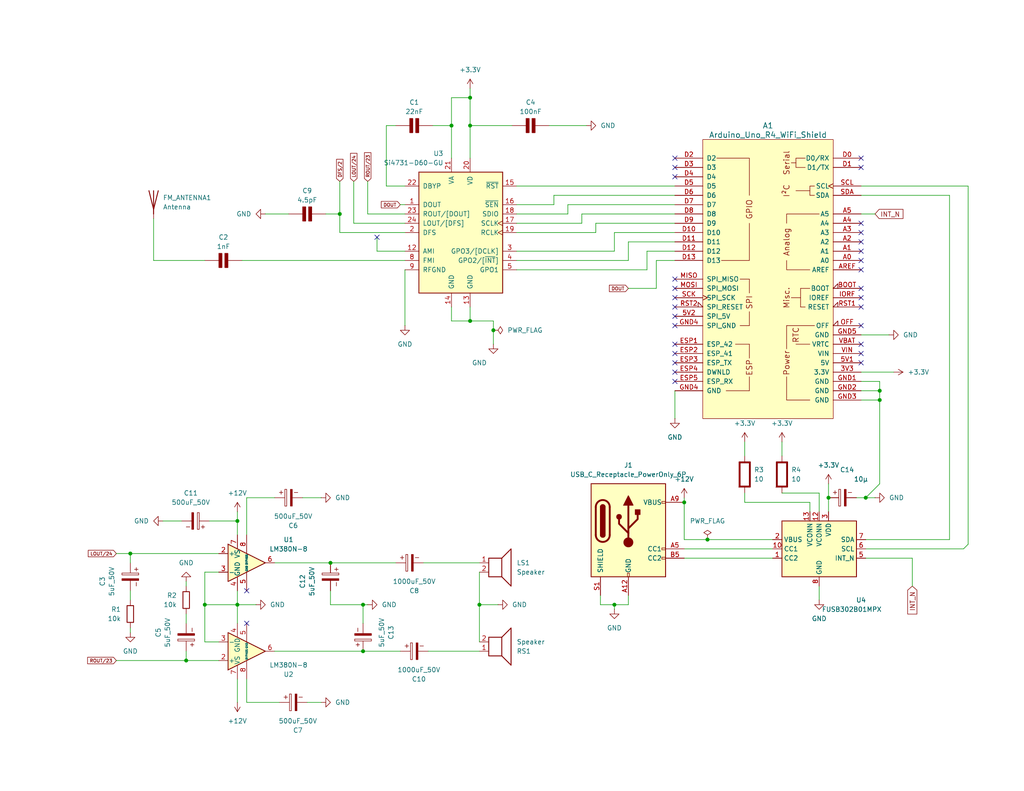
<source format=kicad_sch>
(kicad_sch (version 20231120) (generator "eeschema") (generator_version "8.0")
  (paper "USLetter")
  (lib_symbols
    (symbol "Amplifier_Audio:LM380N-8" (pin_names (offset 0.127))
      (property "Reference" "U" (at 6.35 6.35 0))
      (property "Value" "LM380N-8" (at 6.35 3.81 0))
      (symbol "LM380N-8_0_1"
        (polyline (pts (xy -5.08 5.08) (xy 5.08 0) (xy -5.08 -5.08) (xy -5.08 5.08)) (stroke (width 0.254)) (fill (type background)))
      )
      (symbol "LM380N-8_1_1"
        (pin no_connect line (at 0 2.54 270) (length 2.54) hide (name "NC") (number "1"))
        (pin input line (at -7.62 2.54 0) (length 2.54) (name "+") (number "2"))
        (pin input line (at -7.62 -2.54 0) (length 2.54) (name "-") (number "3"))
        (pin power_in line (at -2.54 -7.62 90) (length 3.81) (name "GND") (number "4"))
        (pin power_in line (at 0 -7.62 90) (length 5.08) (name "GND") (number "5"))
        (pin output line (at 7.62 0 180) (length 2.54) (name "~") (number "6"))
        (pin power_in line (at -2.54 7.62 270) (length 3.81) (name "VS") (number "7"))
        (pin passive line (at 0 7.62 270) (length 5.08) (name "BYPASS") (number "8"))
      )
    )
    (symbol "Connector:USB_C_Receptacle_PowerOnly_6P" (pin_names (offset 1.016))
      (property "Reference" "J" (at 0 16.51 0))
      (property "Value" "USB_C_Receptacle_PowerOnly_6P" (at 0 13.97 0))
      (symbol "USB_C_Receptacle_PowerOnly_6P_0_0"
        (rectangle (start -0.254 -12.7) (end 0.254 -11.684))
        (rectangle (start 10.16 -7.366) (end 9.144 -7.874))
        (rectangle (start 10.16 -4.826) (end 9.144 -5.334))
        (rectangle (start 10.16 7.874) (end 9.144 7.366))
      )
      (symbol "USB_C_Receptacle_PowerOnly_6P_0_1"
        (rectangle (start -10.16 12.7) (end 10.16 -12.7) (stroke (width 0.254)) (fill (type background)))
        (arc (start -8.89 -1.27) (mid -6.985 -3.1667) (end -5.08 -1.27) (stroke (width 0.508)))
        (arc (start -7.62 -1.27) (mid -6.985 -1.9023) (end -6.35 -1.27) (stroke (width 0.254)))
        (arc (start -7.62 -1.27) (mid -6.985 -1.9023) (end -6.35 -1.27) (stroke (width 0.254)) (fill (type outline)))
        (rectangle (start -7.62 -1.27) (end -6.35 6.35) (stroke (width 0.254)) (fill (type outline)))
        (arc (start -6.35 6.35) (mid -6.985 6.9823) (end -7.62 6.35) (stroke (width 0.254)))
        (arc (start -6.35 6.35) (mid -6.985 6.9823) (end -7.62 6.35) (stroke (width 0.254)) (fill (type outline)))
        (arc (start -5.08 6.35) (mid -6.985 8.2467) (end -8.89 6.35) (stroke (width 0.508)))
        (circle (center -2.54 3.683) (radius 0.635) (stroke (width 0.254)) (fill (type outline)))
        (circle (center 0 -3.302) (radius 1.27) (fill (type outline)))
        (polyline (pts (xy -8.89 -1.27) (xy -8.89 6.35)) (stroke (width 0.508)))
        (polyline (pts (xy -5.08 6.35) (xy -5.08 -1.27)) (stroke (width 0.508)))
        (polyline (pts (xy 0 -3.302) (xy 0 6.858)) (stroke (width 0.508)))
        (polyline (pts (xy 0 -0.762) (xy -2.54 1.778) (xy -2.54 3.048)) (stroke (width 0.508)))
        (polyline (pts (xy 0 0.508) (xy 2.54 3.048) (xy 2.54 4.318)) (stroke (width 0.508)))
        (polyline (pts (xy -1.27 6.858) (xy 0 9.398) (xy 1.27 6.858) (xy -1.27 6.858)) (stroke (width 0.254)) (fill (type outline)))
        (rectangle (start 1.905 4.318) (end 3.175 5.588) (stroke (width 0.254)) (fill (type outline)))
      )
      (symbol "USB_C_Receptacle_PowerOnly_6P_1_1"
        (pin passive line (at 0 -17.78 90) (length 5.08) (name "GND") (number "A12"))
        (pin bidirectional line (at 15.24 -5.08 180) (length 5.08) (name "CC1") (number "A5"))
        (pin passive line (at 15.24 7.62 180) (length 5.08) (name "VBUS") (number "A9"))
        (pin passive line (at 0 -17.78 90) (length 5.08) hide (name "GND") (number "B12"))
        (pin bidirectional line (at 15.24 -7.62 180) (length 5.08) (name "CC2") (number "B5"))
        (pin passive line (at 15.24 7.62 180) (length 5.08) hide (name "VBUS") (number "B9"))
        (pin passive line (at -7.62 -17.78 90) (length 5.08) (name "SHIELD") (number "S1"))
      )
    )
    (symbol "Device:Antenna" (pin_numbers hide) (pin_names (offset 1.016) hide)
      (property "Reference" "AE" (at -1.905 1.905 0))
      (property "Value" "Antenna" (at -1.905 0 0))
      (symbol "Antenna_0_1"
        (polyline (pts (xy 0 2.54) (xy 0 -3.81)) (stroke (width 0.254)))
        (polyline (pts (xy 1.27 2.54) (xy 0 -2.54) (xy -1.27 2.54)) (stroke (width 0.254)))
      )
      (symbol "Antenna_1_1"
        (pin input line (at 0 -5.08 90) (length 2.54) (name "A") (number "1"))
      )
    )
    (symbol "Device:Speaker" (pin_names (offset 0) hide)
      (property "Reference" "LS" (at 1.27 5.715 0))
      (property "Value" "Speaker" (at 1.27 3.81 0))
      (symbol "Speaker_0_0"
        (rectangle (start -2.54 1.27) (end 1.016 -3.81) (stroke (width 0.254)))
        (polyline (pts (xy 1.016 1.27) (xy 3.556 3.81) (xy 3.556 -6.35) (xy 1.016 -3.81)) (stroke (width 0.254)))
      )
      (symbol "Speaker_1_1"
        (pin input line (at -5.08 0 0) (length 2.54) (name "1") (number "1"))
        (pin input line (at -5.08 -2.54 0) (length 2.54) (name "2") (number "2"))
      )
    )
    (symbol "Interface_USB:FUSB302B01MPX"
      (property "Reference" "U" (at -10.16 8.89 0))
      (property "Value" "FUSB302B01MPX" (at 3.81 8.89 0))
      (symbol "FUSB302B01MPX_0_1"
        (rectangle (start -10.16 7.62) (end 10.16 -7.62) (stroke (width 0.254)) (fill (type background)))
      )
      (symbol "FUSB302B01MPX_1_1"
        (pin bidirectional line (at 12.7 -2.54 180) (length 2.54) (name "CC2") (number "1"))
        (pin bidirectional line (at 12.7 0 180) (length 2.54) (name "CC1") (number "10"))
        (pin bidirectional line (at 12.7 0 180) (length 2.54) hide (name "CC1") (number "11"))
        (pin power_in line (at 0 10.16 270) (length 2.54) (name "VCONN") (number "12"))
        (pin power_in line (at 2.54 10.16 270) (length 2.54) (name "VCONN") (number "13"))
        (pin bidirectional line (at 12.7 -2.54 180) (length 2.54) hide (name "CC2") (number "14"))
        (pin passive line (at 0 -10.16 90) (length 2.54) hide (name "GND") (number "15"))
        (pin input line (at 12.7 2.54 180) (length 2.54) (name "VBUS") (number "2"))
        (pin power_in line (at -2.54 10.16 270) (length 2.54) (name "VDD") (number "3"))
        (pin passive line (at -2.54 10.16 270) (length 2.54) hide (name "VDD") (number "4"))
        (pin open_collector line (at -12.7 -2.54 0) (length 2.54) (name "INT_N") (number "5"))
        (pin input line (at -12.7 0 0) (length 2.54) (name "SCL") (number "6"))
        (pin bidirectional line (at -12.7 2.54 0) (length 2.54) (name "SDA") (number "7"))
        (pin power_in line (at 0 -10.16 90) (length 2.54) (name "GND") (number "8"))
        (pin passive line (at 0 -10.16 90) (length 2.54) hide (name "GND") (number "9"))
      )
    )
    (symbol "PCM_4ms_Power-symbol:+3.3V" (power) (pin_names (offset 0))
      (property "Value" "+3.3V" (at 0 3.556 0))
      (symbol "+3.3V_0_1"
        (polyline (pts (xy -0.762 1.27) (xy 0 2.54)))
        (polyline (pts (xy 0 0) (xy 0 2.54)))
        (polyline (pts (xy 0 2.54) (xy 0.762 1.27)))
      )
      (symbol "+3.3V_1_1"
        (pin power_in line (at 0 0 90) (length 0) hide (name "+3V3") (number "1"))
      )
    )
    (symbol "PCM_Elektuur:C" (pin_numbers hide) (pin_names (offset 0) hide)
      (property "Reference" "C" (at 0.635 3.175 0))
      (property "Value" "C" (at 0.635 -3.175 0))
      (symbol "C_1_1"
        (rectangle (start -1.905 -0.4318) (end 1.905 -1.1938) (stroke (width 0.254)) (fill (type outline)))
        (rectangle (start -1.905 1.1938) (end 1.905 0.4318) (stroke (width 0.254)) (fill (type outline)))
        (pin passive line (at 0 5.08 270) (length 3.8862) (name "+") (number "1"))
        (pin passive line (at 0 -5.08 90) (length 3.8862) (name "-") (number "2"))
      )
      (symbol "C_1_2"
        (polyline (pts (xy -1.905 -1.4986) (xy 1.905 -1.4986) (xy 1.905 -0.4318) (xy -1.905 -0.4318) (xy -1.905 -1.4986) (xy -1.8034 -1.397) (xy -1.8034 -0.5334) (xy 1.8034 -0.5334) (xy 1.8034 -1.397) (xy -1.8034 -1.397) (xy -1.905 -1.4986)) (stroke (width 0.254)) (fill (type outline)))
        (polyline (pts (xy -1.905 0.4318) (xy 1.905 0.4318) (xy 1.905 1.4986) (xy -1.905 1.4986) (xy -1.905 0.4318) (xy -1.8034 0.5334) (xy -1.8034 1.397) (xy 1.8034 1.397) (xy 1.8034 0.5334) (xy -1.8034 0.5334) (xy -1.905 0.4318)) (stroke (width 0.254)) (fill (type outline)))
        (pin passive line (at 0 5.08 270) (length 3.5814) (name "+") (number "1"))
        (pin passive line (at 0 -5.08 90) (length 3.5814) (name "-") (number "2"))
      )
    )
    (symbol "PCM_Elektuur:R" (pin_numbers hide) (pin_names (offset 0) hide)
      (property "Reference" "R" (at 2.54 3.175 0))
      (property "Value" "R" (at 0 0 90))
      (symbol "R_1_1"
        (polyline (pts (xy -1.524 -3.429) (xy 1.524 -3.429) (xy 1.524 3.429) (xy -1.524 3.429) (xy -1.524 -3.429) (xy -1.27 -3.175) (xy -1.27 3.175) (xy 1.27 3.175) (xy 1.27 -3.175) (xy -1.27 -3.175) (xy -1.524 -3.429)) (stroke (width 0.254)) (fill (type outline)))
        (pin passive line (at 0 5.08 270) (length 1.651) (name "+") (number "1"))
        (pin passive line (at 0 -5.08 90) (length 1.651) (name "-") (number "2"))
      )
      (symbol "R_1_2"
        (polyline (pts (xy -0.508 -3.429) (xy 1.524 -3.429) (xy 1.524 3.429) (xy -0.508 3.429) (xy -0.508 3.175) (xy 1.27 3.175) (xy 1.27 -3.175) (xy -0.508 -3.175) (xy -0.508 -3.429)) (stroke (width 0.254)) (fill (type outline)))
        (pin passive line (at 0 5.08 270) (length 1.651) (name "+") (number "1"))
        (pin passive line (at 0 -5.08 90) (length 1.651) (name "-") (number "2"))
      )
      (symbol "R_1_3"
        (polyline (pts (xy 0 3.4798) (xy 0 3.2004) (xy 0.7112 2.794) (xy -1.1938 1.6764) (xy 0.7112 0.5588) (xy -1.1938 -0.5588) (xy 0.7112 -1.6764) (xy -1.1938 -2.794) (xy 0 -3.4798) (xy 0 -3.2004) (xy -0.7112 -2.794) (xy 1.1938 -1.6764) (xy -0.7112 -0.5588) (xy 1.1938 0.5588) (xy -0.7112 1.6764) (xy 1.1938 2.794) (xy 0 3.4798)) (stroke (width 0.254)) (fill (type outline)))
        (pin passive line (at 0 5.08 270) (length 1.6002) (name "+") (number "1"))
        (pin passive line (at 0 -5.08 90) (length 1.6002) (name "-") (number "2"))
      )
      (symbol "R_1_4"
        (polyline (pts (xy 0 4.5466) (xy 0 4.2672) (xy 0.0508 4.2418) (xy 1.016 3.683) (xy -1.524 2.2098) (xy 1.016 0.7366) (xy -1.524 -0.7366) (xy 1.016 -2.2098) (xy -1.524 -3.683) (xy -0.0762 -4.5212) (xy 0 -4.5466) (xy 0 -4.2672) (xy -0.0508 -4.2418) (xy -1.016 -3.683) (xy 1.524 -2.2098) (xy -1.016 -0.7366) (xy 1.524 0.7366) (xy -1.016 2.2098) (xy 1.524 3.683) (xy 0.0762 4.5212) (xy 0 4.5466)) (stroke (width 0.254)) (fill (type outline)))
        (pin passive line (at 0 5.08 270) (length 0.5334) (name "+") (number "1"))
        (pin passive line (at 0 -5.08 90) (length 0.5334) (name "-") (number "2"))
      )
    )
    (symbol "PCM_SL_Capacitors:22uF_50V"
      (property "Reference" "C" (at 0 7.62 0))
      (property "Value" "22uF_50V" (at 0 5.08 0))
      (symbol "22uF_50V_0_0"
        (text "+" (at -2.032 1.524 0) (effects (font (size 1.27 1.27))))
        (text "-" (at 2.032 1.524 0) (effects (font (size 1.27 1.27))))
      )
      (symbol "22uF_50V_0_1"
        (rectangle (start -1.016 -2.286) (end -0.508 2.286))
        (rectangle (start 0.508 -2.286) (end 1.016 2.286) (fill (type outline)))
      )
      (symbol "22uF_50V_1_1"
        (pin passive line (at -3.81 0 0) (length 2.7) (name "~") (number "1"))
        (pin input line (at 3.81 0 180) (length 2.7) (name "~") (number "2"))
      )
    )
    (symbol "PCM_SL_Devices:Capacitor_PO"
      (property "Reference" "C" (at 0 7.62 0))
      (property "Value" "Capacitor_PO" (at 0 5.08 0))
      (symbol "Capacitor_PO_0_0"
        (text "+" (at -2.032 1.524 0) (effects (font (size 1.27 1.27))))
        (text "-" (at 2.032 1.524 0) (effects (font (size 1.27 1.27))))
      )
      (symbol "Capacitor_PO_0_1"
        (rectangle (start -1.016 -2.286) (end -0.508 2.286))
        (rectangle (start 0.508 -2.286) (end 1.016 2.286) (fill (type outline)))
      )
      (symbol "Capacitor_PO_1_1"
        (pin passive line (at -3.81 0 0) (length 2.7) (name "~") (number "1"))
        (pin input line (at 3.81 0 180) (length 2.7) (name "~") (number "2"))
      )
    )
    (symbol "PCM_SL_Resistors:10k"
      (property "Reference" "R" (at 0 5.08 0))
      (property "Value" "10k" (at 0 2.54 0))
      (symbol "10k_0_1"
        (rectangle (start -2.286 0.889) (end 2.286 -0.889) (stroke (width 0.24)))
      )
      (symbol "10k_1_1"
        (pin passive line (at -3.81 0 0) (length 1.5) (name "") (number "1"))
        (pin passive line (at 3.81 0 180) (length 1.5) (name "~") (number "2"))
      )
    )
    (symbol "PCM_arduino-library:Arduino_Uno_R4_WiFi_Shield" (pin_names (offset 1.016))
      (property "Reference" "A" (at 0 43.18 0))
      (property "Value" "Arduino_Uno_R4_WiFi_Shield" (at 0 40.64 0))
      (symbol "Arduino_Uno_R4_WiFi_Shield_0_0"
        (rectangle (start -17.78 38.1) (end 17.78 -38.1) (fill (type background)))
        (rectangle (start -12.7 -12.7) (end -5.08 -12.7))
        (rectangle (start -11.43 -33.02) (end -5.08 -33.02))
        (rectangle (start -10.16 -7.62) (end -8.89 -7.62))
        (rectangle (start -8.89 -7.62) (end -8.89 -2.54))
        (rectangle (start -8.89 -5.08) (end -6.35 -5.08))
        (rectangle (start -8.89 -2.54) (end -11.43 -2.54))
        (polyline (pts (xy -11.43 24.13) (xy -7.62 24.13)))
        (polyline (pts (xy -7.62 31.75) (xy -6.35 31.75)))
        (polyline (pts (xy -5.08 -26.67) (xy -5.08 -33.02)))
        (polyline (pts (xy -5.08 -12.7) (xy -5.08 -19.05)))
        (polyline (pts (xy -5.08 5.08) (xy -5.08 2.54) (xy -11.43 2.54)))
        (polyline (pts (xy -5.08 15.24) (xy -5.08 17.78) (xy -13.97 17.78)))
        (polyline (pts (xy 5.08 15.24) (xy 5.08 5.08) (xy 12.7 5.08)))
        (polyline (pts (xy 5.08 22.86) (xy 5.08 33.02) (xy 13.97 33.02)))
        (polyline (pts (xy -12.7 25.4) (xy -11.43 25.4) (xy -11.43 22.86) (xy -12.7 22.86)))
        (polyline (pts (xy -10.16 33.02) (xy -7.62 33.02) (xy -7.62 30.48) (xy -10.16 30.48)))
        (rectangle (start 5.08 -30.48) (end 5.08 -26.67))
        (rectangle (start 5.08 -30.48) (end 11.43 -30.48))
        (rectangle (start 5.08 -21.59) (end 5.08 -17.78))
        (rectangle (start 5.08 -17.78) (end 8.89 -17.78))
        (rectangle (start 5.08 -12.7) (end 5.08 -8.89))
        (rectangle (start 5.08 -12.7) (end 7.62 -12.7))
        (rectangle (start 5.08 -3.81) (end 5.08 0))
        (rectangle (start 7.62 0) (end 5.08 0))
        (text "Analog" (at -5.08 10.16 900) (effects (font (size 1.524 1.524))))
        (text "ESP" (at 5.08 -24.13 900) (effects (font (size 1.524 1.524))))
        (text "I²C" (at -5.08 24.13 900) (effects (font (size 1.524 1.524))))
        (text "Misc." (at -5.08 -5.08 900) (effects (font (size 1.524 1.524))))
        (text "Power" (at -5.08 -22.86 900) (effects (font (size 1.524 1.524))))
        (text "RTC" (at -7.62 -15.24 900) (effects (font (size 1.524 1.524))))
        (text "Serial" (at -5.08 31.75 900) (effects (font (size 1.524 1.524))))
        (text "SPI" (at 5.08 -6.35 900) (effects (font (size 1.524 1.524))))
      )
      (symbol "Arduino_Uno_R4_WiFi_Shield_0_1"
        (polyline (pts (xy -11.43 -17.78) (xy -7.62 -17.78)))
      )
      (symbol "Arduino_Uno_R4_WiFi_Shield_1_0"
        (text "GPIO" (at 5.08 19.05 900) (effects (font (size 1.524 1.524))))
      )
      (symbol "Arduino_Uno_R4_WiFi_Shield_1_1"
        (pin power_out line (at -25.4 -25.4 0) (length 7.62) (name "3.3V") (number "3V3"))
        (pin power_in line (at -25.4 -22.86 0) (length 7.62) (name "5V") (number "5V1"))
        (pin power_in line (at 25.4 -10.16 180) (length 7.62) (name "SPI_5V") (number "5V2"))
        (pin bidirectional line (at -25.4 5.08 0) (length 7.62) (name "A0") (number "A0"))
        (pin bidirectional line (at -25.4 7.62 0) (length 7.62) (name "A1") (number "A1"))
        (pin bidirectional line (at -25.4 10.16 0) (length 7.62) (name "A2") (number "A2"))
        (pin bidirectional line (at -25.4 12.7 0) (length 7.62) (name "A3") (number "A3"))
        (pin bidirectional line (at -25.4 15.24 0) (length 7.62) (name "A4") (number "A4"))
        (pin bidirectional line (at -25.4 17.78 0) (length 7.62) (name "A5") (number "A5"))
        (pin input line (at -25.4 2.54 0) (length 7.62) (name "AREF") (number "AREF"))
        (pin input input_low (at -25.4 -2.54 0) (length 7.62) (name "BOOT") (number "BOOT"))
        (pin bidirectional line (at -25.4 33.02 0) (length 7.62) (name "D0/RX") (number "D0"))
        (pin bidirectional line (at -25.4 30.48 0) (length 7.62) (name "D1/TX") (number "D1"))
        (pin bidirectional line (at 25.4 12.7 180) (length 7.62) (name "D10") (number "D10"))
        (pin bidirectional line (at 25.4 10.16 180) (length 7.62) (name "D11") (number "D11"))
        (pin bidirectional line (at 25.4 7.62 180) (length 7.62) (name "D12") (number "D12"))
        (pin bidirectional line (at 25.4 5.08 180) (length 7.62) (name "D13") (number "D13"))
        (pin bidirectional line (at 25.4 33.02 180) (length 7.62) (name "D2") (number "D2"))
        (pin bidirectional line (at 25.4 30.48 180) (length 7.62) (name "D3") (number "D3"))
        (pin bidirectional line (at 25.4 27.94 180) (length 7.62) (name "D4") (number "D4"))
        (pin bidirectional line (at 25.4 25.4 180) (length 7.62) (name "D5") (number "D5"))
        (pin bidirectional line (at 25.4 22.86 180) (length 7.62) (name "D6") (number "D6"))
        (pin bidirectional line (at 25.4 20.32 180) (length 7.62) (name "D7") (number "D7"))
        (pin bidirectional line (at 25.4 17.78 180) (length 7.62) (name "D8") (number "D8"))
        (pin bidirectional line (at 25.4 15.24 180) (length 7.62) (name "D9") (number "D9"))
        (pin bidirectional line (at 25.4 -17.78 180) (length 7.62) (name "ESP_42") (number "ESP1"))
        (pin bidirectional line (at 25.4 -20.32 180) (length 7.62) (name "ESP_41") (number "ESP2"))
        (pin bidirectional line (at 25.4 -22.86 180) (length 7.62) (name "ESP_TX") (number "ESP3"))
        (pin bidirectional line (at 25.4 -25.4 180) (length 7.62) (name "DWNLD") (number "ESP4"))
        (pin bidirectional line (at 25.4 -27.94 180) (length 7.62) (name "ESP_RX") (number "ESP5"))
        (pin power_in line (at -25.4 -27.94 0) (length 7.62) (name "GND") (number "GND1"))
        (pin power_in line (at -25.4 -30.48 0) (length 7.62) (name "GND") (number "GND2"))
        (pin power_in line (at -25.4 -33.02 0) (length 7.62) (name "GND") (number "GND3"))
        (pin power_in line (at 25.4 -30.48 180) (length 7.62) (name "GND") (number "GND4"))
        (pin power_in line (at 25.4 -12.7 180) (length 7.62) (name "SPI_GND") (number "GND4"))
        (pin power_in line (at -25.4 -15.24 0) (length 7.62) (name "GND") (number "GND5"))
        (pin output line (at -25.4 -5.08 0) (length 7.62) (name "IOREF") (number "IORF"))
        (pin input line (at 25.4 0 180) (length 7.62) (name "SPI_MISO") (number "MISO"))
        (pin output line (at 25.4 -2.54 180) (length 7.62) (name "SPI_MOSI") (number "MOSI"))
        (pin input input_low (at -25.4 -12.7 0) (length 7.62) (name "OFF") (number "OFF"))
        (pin open_collector input_low (at -25.4 -7.62 0) (length 7.62) (name "RESET") (number "RST1"))
        (pin open_collector input_low (at 25.4 -7.62 180) (length 7.62) (name "SPI_RESET") (number "RST2"))
        (pin output clock (at 25.4 -5.08 180) (length 7.62) (name "SPI_SCK") (number "SCK"))
        (pin bidirectional clock (at -25.4 25.4 0) (length 7.62) (name "SCL") (number "SCL"))
        (pin bidirectional line (at -25.4 22.86 0) (length 7.62) (name "SDA") (number "SDA"))
        (pin power_in line (at -25.4 -17.78 0) (length 7.62) (name "VRTC") (number "VBAT"))
        (pin power_in line (at -25.4 -20.32 0) (length 7.62) (name "VIN") (number "VIN"))
      )
    )
    (symbol "RF_AM_FM:Si4731-D60-GU" (pin_names (offset 1.016))
      (property "Reference" "U" (at -5.08 19.685 0))
      (property "Value" "Si4731-D60-GU" (at -5.08 17.78 0))
      (symbol "Si4731-D60-GU_0_1"
        (rectangle (start 11.43 16.51) (end -11.43 -16.51) (stroke (width 0.254)) (fill (type background)))
      )
      (symbol "Si4731-D60-GU_1_1"
        (pin output line (at 15.24 7.62 180) (length 3.81) (name "DOUT") (number "1"))
        (pin no_connect line (at -5.08 -16.51 90) (length 3.81) hide (name "NC") (number "10"))
        (pin no_connect line (at 5.08 -16.51 90) (length 3.81) hide (name "NC") (number "11"))
        (pin input line (at 15.24 -5.08 180) (length 3.81) (name "AMI") (number "12"))
        (pin power_in line (at -2.54 -20.32 90) (length 3.81) (name "GND") (number "13"))
        (pin power_in line (at 2.54 -20.32 90) (length 3.81) (name "GND") (number "14"))
        (pin input line (at -15.24 12.7 0) (length 3.81) (name "~{RST}") (number "15"))
        (pin input line (at -15.24 7.62 0) (length 3.81) (name "~{SEN}") (number "16"))
        (pin input clock (at -15.24 2.54 0) (length 3.81) (name "SCLK") (number "17"))
        (pin bidirectional line (at -15.24 5.08 0) (length 3.81) (name "SDIO") (number "18"))
        (pin input clock (at -15.24 0 0) (length 3.81) (name "RCLK") (number "19"))
        (pin input line (at 15.24 0 180) (length 3.81) (name "DFS") (number "2"))
        (pin power_in line (at -2.54 20.32 270) (length 3.81) (name "VD") (number "20"))
        (pin power_in line (at 2.54 20.32 270) (length 3.81) (name "VA") (number "21"))
        (pin passive line (at 15.24 12.7 180) (length 3.81) (name "DBYP") (number "22"))
        (pin output line (at 15.24 5.08 180) (length 3.81) (name "ROUT/[DOUT]") (number "23"))
        (pin bidirectional line (at 15.24 2.54 180) (length 3.81) (name "LOUT/[DFS]") (number "24"))
        (pin bidirectional line (at -15.24 -5.08 0) (length 3.81) (name "GPO3/[DCLK]") (number "3"))
        (pin output line (at -15.24 -7.62 0) (length 3.81) (name "GPO2/[~{INT}]") (number "4"))
        (pin output line (at -15.24 -10.16 0) (length 3.81) (name "GPO1") (number "5"))
        (pin no_connect line (at -11.43 -12.7 0) (length 3.81) hide (name "NC") (number "6"))
        (pin no_connect line (at 11.43 -12.7 180) (length 3.81) hide (name "NC") (number "7"))
        (pin input line (at 15.24 -7.62 180) (length 3.81) (name "FMI") (number "8"))
        (pin power_in line (at 15.24 -10.16 180) (length 3.81) (name "RFGND") (number "9"))
      )
    )
    (symbol "power:+5V" (power) (pin_numbers hide) (pin_names (offset 0) hide)
      (property "Value" "+5V" (at 0 3.556 0))
      (symbol "+5V_0_1"
        (polyline (pts (xy -0.762 1.27) (xy 0 2.54)))
        (polyline (pts (xy 0 0) (xy 0 2.54)))
        (polyline (pts (xy 0 2.54) (xy 0.762 1.27)))
      )
      (symbol "+5V_1_1"
        (pin power_in line (at 0 0 90) (length 0) (name "~") (number "1"))
      )
    )
    (symbol "power:GND" (power) (pin_numbers hide) (pin_names (offset 0) hide)
      (property "Value" "GND" (at 0 -3.81 0))
      (symbol "GND_0_1"
        (polyline (pts (xy 0 0) (xy 0 -1.27) (xy 1.27 -1.27) (xy 0 -2.54) (xy -1.27 -1.27) (xy 0 -1.27)))
      )
      (symbol "GND_1_1"
        (pin power_in line (at 0 0 270) (length 0) (name "~") (number "1"))
      )
    )
    (symbol "power:PWR_FLAG" (power) (pin_numbers hide) (pin_names (offset 0) hide)
      (property "Value" "PWR_FLAG" (at 0 3.81 0))
      (symbol "PWR_FLAG_0_0"
        (pin power_out line (at 0 0 90) (length 0) (name "~") (number "1"))
      )
      (symbol "PWR_FLAG_0_1"
        (polyline (pts (xy 0 0) (xy 0 1.27) (xy -1.016 1.905) (xy 0 2.54) (xy 1.016 1.905) (xy 0 1.27)))
      )
    )
  )
  (junction (at 186.69 137.16))
  (junction (at 50.8 180.34))
  (junction (at 128.27 26.67))
  (junction (at 134.62 90.17))
  (junction (at 130.81 165.1))
  (junction (at 99.06 165.1))
  (junction (at 128.27 34.29))
  (junction (at 90.17 153.67))
  (junction (at 226.06 135.89))
  (junction (at 55.88 165.1))
  (junction (at 240.03 106.68))
  (junction (at 236.22 135.89))
  (junction (at 35.56 151.13))
  (junction (at 128.27 87.63))
  (junction (at 123.19 34.29))
  (junction (at 193.04 147.32))
  (junction (at 92.71 58.42))
  (junction (at 64.77 165.1))
  (junction (at 64.77 142.24))
  (junction (at 99.06 177.8))
  (junction (at 167.64 165.1))
  (junction (at 240.03 109.22))
  (no_connect (at 234.95 73.66))
  (no_connect (at 184.15 99.06))
  (no_connect (at 234.95 43.18))
  (no_connect (at 184.15 43.18))
  (no_connect (at 234.95 60.96))
  (no_connect (at 184.15 78.74))
  (no_connect (at 184.15 101.6))
  (no_connect (at 67.31 161.29))
  (no_connect (at 234.95 99.06))
  (no_connect (at 184.15 45.72))
  (no_connect (at 234.95 83.82))
  (no_connect (at 234.95 96.52))
  (no_connect (at 184.15 48.26))
  (no_connect (at 67.31 170.18))
  (no_connect (at 184.15 93.98))
  (no_connect (at 184.15 76.2))
  (no_connect (at 234.95 93.98))
  (no_connect (at 234.95 81.28))
  (no_connect (at 184.15 83.82))
  (no_connect (at 184.15 96.52))
  (no_connect (at 184.15 86.36))
  (no_connect (at 234.95 66.04))
  (no_connect (at 234.95 71.12))
  (no_connect (at 184.15 88.9))
  (no_connect (at 234.95 63.5))
  (no_connect (at 234.95 68.58))
  (no_connect (at 184.15 81.28))
  (no_connect (at 184.15 104.14))
  (no_connect (at 102.87 64.77))
  (no_connect (at 234.95 88.9))
  (no_connect (at 234.95 78.74))
  (no_connect (at 234.95 45.72))
  (wire (pts (xy 41.91 59.69) (xy 41.91 71.12)))
  (wire (pts (xy 203.2 137.16) (xy 220.98 137.16)))
  (wire (pts (xy 105.41 50.8) (xy 110.49 50.8)))
  (wire (pts (xy 203.2 120.65) (xy 203.2 124.46)))
  (wire (pts (xy 115.57 153.67) (xy 130.81 153.67)))
  (wire (pts (xy 55.88 165.1) (xy 64.77 165.1)))
  (wire (pts (xy 248.92 152.4) (xy 248.92 160.02)))
  (wire (pts (xy 213.36 134.62) (xy 223.52 134.62)))
  (wire (pts (xy 41.91 71.12) (xy 55.88 71.12)))
  (wire (pts (xy 167.64 63.5) (xy 184.15 63.5)))
  (wire (pts (xy 162.56 63.5) (xy 162.56 60.96)))
  (wire (pts (xy 140.97 60.96) (xy 158.75 60.96)))
  (wire (pts (xy 223.52 160.02) (xy 223.52 163.83)))
  (wire (pts (xy 35.56 161.29) (xy 35.56 163.83)))
  (wire (pts (xy 35.56 171.45) (xy 35.56 172.72)))
  (wire (pts (xy 154.94 55.88) (xy 184.15 55.88)))
  (wire (pts (xy 140.97 68.58) (xy 167.64 68.58)))
  (wire (pts (xy 64.77 142.24) (xy 57.15 142.24)))
  (wire (pts (xy 88.9 58.42) (xy 92.71 58.42)))
  (wire (pts (xy 171.45 162.56) (xy 171.45 165.1)))
  (wire (pts (xy 184.15 106.68) (xy 184.15 114.3)))
  (wire (pts (xy 35.56 151.13) (xy 59.69 151.13)))
  (wire (pts (xy 96.52 60.96) (xy 110.49 60.96)))
  (wire (pts (xy 236.22 149.86) (xy 262.89 149.86)))
  (wire (pts (xy 179.07 71.12) (xy 184.15 71.12)))
  (wire (pts (xy 234.95 106.68) (xy 240.03 106.68)))
  (wire (pts (xy 154.94 58.42) (xy 154.94 55.88)))
  (wire (pts (xy 234.95 91.44) (xy 242.57 91.44)))
  (wire (pts (xy 31.75 180.34) (xy 50.8 180.34)))
  (wire (pts (xy 74.93 177.8) (xy 99.06 177.8)))
  (wire (pts (xy 105.41 34.29) (xy 107.95 34.29)))
  (wire (pts (xy 236.22 147.32) (xy 259.08 147.32)))
  (wire (pts (xy 186.69 147.32) (xy 193.04 147.32)))
  (wire (pts (xy 264.16 148.59) (xy 262.89 149.86)))
  (wire (pts (xy 92.71 63.5) (xy 92.71 58.42)))
  (wire (pts (xy 171.45 165.1) (xy 167.64 165.1)))
  (wire (pts (xy 99.06 177.8) (xy 109.22 177.8)))
  (wire (pts (xy 128.27 83.82) (xy 128.27 87.63)))
  (wire (pts (xy 96.52 49.53) (xy 96.52 60.96)))
  (wire (pts (xy 140.97 58.42) (xy 154.94 58.42)))
  (wire (pts (xy 163.83 162.56) (xy 163.83 165.1)))
  (wire (pts (xy 50.8 158.75) (xy 50.8 160.02)))
  (wire (pts (xy 50.8 167.64) (xy 50.8 170.18)))
  (wire (pts (xy 64.77 165.1) (xy 69.85 165.1)))
  (wire (pts (xy 64.77 165.1) (xy 64.77 170.18)))
  (wire (pts (xy 149.86 34.29) (xy 160.02 34.29)))
  (wire (pts (xy 203.2 134.62) (xy 203.2 137.16)))
  (wire (pts (xy 186.69 137.16) (xy 186.69 147.32)))
  (wire (pts (xy 83.82 191.77) (xy 87.63 191.77)))
  (wire (pts (xy 134.62 90.17) (xy 134.62 93.98)))
  (wire (pts (xy 90.17 165.1) (xy 99.06 165.1)))
  (wire (pts (xy 171.45 78.74) (xy 179.07 78.74)))
  (wire (pts (xy 140.97 73.66) (xy 176.53 73.66)))
  (wire (pts (xy 240.03 109.22) (xy 240.03 132.08)))
  (wire (pts (xy 220.98 137.16) (xy 220.98 139.7)))
  (wire (pts (xy 179.07 71.12) (xy 179.07 78.74)))
  (wire (pts (xy 82.55 135.89) (xy 87.63 135.89)))
  (wire (pts (xy 128.27 34.29) (xy 139.7 34.29)))
  (wire (pts (xy 118.11 34.29) (xy 123.19 34.29)))
  (wire (pts (xy 102.87 68.58) (xy 102.87 64.77)))
  (wire (pts (xy 234.95 53.34) (xy 259.08 53.34)))
  (wire (pts (xy 236.22 135.89) (xy 238.76 135.89)))
  (wire (pts (xy 55.88 175.26) (xy 59.69 175.26)))
  (wire (pts (xy 123.19 26.67) (xy 123.19 34.29)))
  (wire (pts (xy 50.8 180.34) (xy 59.69 180.34)))
  (wire (pts (xy 67.31 191.77) (xy 76.2 191.77)))
  (wire (pts (xy 240.03 106.68) (xy 240.03 109.22)))
  (wire (pts (xy 259.08 53.34) (xy 259.08 147.32)))
  (wire (pts (xy 234.95 58.42) (xy 238.76 58.42)))
  (wire (pts (xy 171.45 71.12) (xy 171.45 66.04)))
  (wire (pts (xy 167.64 68.58) (xy 167.64 63.5)))
  (wire (pts (xy 128.27 26.67) (xy 128.27 34.29)))
  (wire (pts (xy 31.75 151.13) (xy 35.56 151.13)))
  (wire (pts (xy 233.68 135.89) (xy 236.22 135.89)))
  (wire (pts (xy 167.64 165.1) (xy 167.64 166.37)))
  (wire (pts (xy 223.52 134.62) (xy 223.52 139.7)))
  (wire (pts (xy 162.56 60.96) (xy 184.15 60.96)))
  (wire (pts (xy 123.19 87.63) (xy 128.27 87.63)))
  (wire (pts (xy 92.71 63.5) (xy 110.49 63.5)))
  (wire (pts (xy 64.77 139.7) (xy 64.77 142.24)))
  (wire (pts (xy 123.19 34.29) (xy 123.19 43.18)))
  (wire (pts (xy 171.45 66.04) (xy 184.15 66.04)))
  (wire (pts (xy 50.8 177.8) (xy 50.8 180.34)))
  (wire (pts (xy 240.03 132.08) (xy 236.22 135.89)))
  (wire (pts (xy 128.27 34.29) (xy 128.27 43.18)))
  (wire (pts (xy 116.84 177.8) (xy 130.81 177.8)))
  (wire (pts (xy 176.53 68.58) (xy 184.15 68.58)))
  (wire (pts (xy 130.81 156.21) (xy 130.81 165.1)))
  (wire (pts (xy 35.56 151.13) (xy 35.56 153.67)))
  (wire (pts (xy 163.83 165.1) (xy 167.64 165.1)))
  (wire (pts (xy 100.33 49.53) (xy 100.33 58.42)))
  (wire (pts (xy 130.81 165.1) (xy 135.89 165.1)))
  (wire (pts (xy 234.95 101.6) (xy 243.84 101.6)))
  (wire (pts (xy 66.04 71.12) (xy 110.49 71.12)))
  (wire (pts (xy 134.62 87.63) (xy 134.62 90.17)))
  (wire (pts (xy 123.19 26.67) (xy 128.27 26.67)))
  (wire (pts (xy 90.17 153.67) (xy 107.95 153.67)))
  (wire (pts (xy 72.39 58.42) (xy 78.74 58.42)))
  (wire (pts (xy 49.53 142.24) (xy 44.45 142.24)))
  (wire (pts (xy 234.95 104.14) (xy 240.03 104.14)))
  (wire (pts (xy 123.19 83.82) (xy 123.19 87.63)))
  (wire (pts (xy 234.95 109.22) (xy 240.03 109.22)))
  (wire (pts (xy 158.75 60.96) (xy 158.75 58.42)))
  (wire (pts (xy 226.06 132.08) (xy 226.06 135.89)))
  (wire (pts (xy 158.75 58.42) (xy 184.15 58.42)))
  (wire (pts (xy 240.03 104.14) (xy 240.03 106.68)))
  (wire (pts (xy 92.71 49.53) (xy 92.71 58.42)))
  (wire (pts (xy 264.16 50.8) (xy 264.16 148.59)))
  (wire (pts (xy 55.88 156.21) (xy 59.69 156.21)))
  (wire (pts (xy 193.04 147.32) (xy 210.82 147.32)))
  (wire (pts (xy 55.88 165.1) (xy 55.88 175.26)))
  (wire (pts (xy 90.17 161.29) (xy 90.17 165.1)))
  (wire (pts (xy 100.33 58.42) (xy 110.49 58.42)))
  (wire (pts (xy 130.81 165.1) (xy 130.81 175.26)))
  (wire (pts (xy 110.49 73.66) (xy 110.49 88.9)))
  (wire (pts (xy 64.77 142.24) (xy 64.77 146.05)))
  (wire (pts (xy 226.06 135.89) (xy 226.06 139.7)))
  (wire (pts (xy 128.27 24.13) (xy 128.27 26.67)))
  (wire (pts (xy 64.77 191.77) (xy 64.77 185.42)))
  (wire (pts (xy 109.22 55.88) (xy 110.49 55.88)))
  (wire (pts (xy 67.31 135.89) (xy 74.93 135.89)))
  (wire (pts (xy 64.77 161.29) (xy 64.77 165.1)))
  (wire (pts (xy 99.06 165.1) (xy 100.33 165.1)))
  (wire (pts (xy 213.36 120.65) (xy 213.36 124.46)))
  (wire (pts (xy 67.31 185.42) (xy 67.31 191.77)))
  (wire (pts (xy 140.97 50.8) (xy 184.15 50.8)))
  (wire (pts (xy 140.97 63.5) (xy 162.56 63.5)))
  (wire (pts (xy 234.95 50.8) (xy 264.16 50.8)))
  (wire (pts (xy 186.69 152.4) (xy 210.82 152.4)))
  (wire (pts (xy 67.31 135.89) (xy 67.31 146.05)))
  (wire (pts (xy 236.22 152.4) (xy 248.92 152.4)))
  (wire (pts (xy 140.97 71.12) (xy 171.45 71.12)))
  (wire (pts (xy 151.13 55.88) (xy 151.13 53.34)))
  (wire (pts (xy 102.87 68.58) (xy 110.49 68.58)))
  (wire (pts (xy 140.97 55.88) (xy 151.13 55.88)))
  (wire (pts (xy 55.88 156.21) (xy 55.88 165.1)))
  (wire (pts (xy 105.41 34.29) (xy 105.41 50.8)))
  (wire (pts (xy 176.53 73.66) (xy 176.53 68.58)))
  (wire (pts (xy 186.69 137.16) (xy 186.69 135.89)))
  (wire (pts (xy 74.93 153.67) (xy 90.17 153.67)))
  (wire (pts (xy 99.06 165.1) (xy 99.06 170.18)))
  (wire (pts (xy 128.27 87.63) (xy 134.62 87.63)))
  (wire (pts (xy 151.13 53.34) (xy 184.15 53.34)))
  (wire (pts (xy 186.69 149.86) (xy 210.82 149.86)))
  (global_label "DOUT" (shape input) (at 109.22 55.88 180) (effects (font (size 0.9 0.9))) (property "Intersheetrefs" "${INTERSHEET_REFS}" (effects (hide yes))))
  (global_label "DFS{slash}2" (shape input) (at 92.71 49.53 90) (effects (font (size 0.9 0.9))) (property "Intersheetrefs" "${INTERSHEET_REFS}" (effects (hide yes))))
  (global_label "ROUT{slash}23" (shape input) (at 100.33 49.53 90) (effects (font (size 0.9 0.9))) (property "Intersheetrefs" "${INTERSHEET_REFS}" (effects (hide yes))))
  (global_label "DOUT" (shape input) (at 171.45 78.74 180) (effects (font (size 0.9 0.9))) (property "Intersheetrefs" "${INTERSHEET_REFS}" (effects (hide yes))))
  (global_label "ROUT{slash}23" (shape input) (at 31.75 180.34 180) (effects (font (size 0.9 0.9))) (property "Intersheetrefs" "${INTERSHEET_REFS}" (effects (hide yes))))
  (global_label "LOUT{slash}24" (shape input) (at 31.75 151.13 180) (effects (font (size 0.9 0.9))) (property "Intersheetrefs" "${INTERSHEET_REFS}" (effects (hide yes))))
  (global_label "INT_N" (shape input) (at 248.92 160.02 270) (property "Intersheetrefs" "${INTERSHEET_REFS}" (effects (hide yes))))
  (global_label "LOUT{slash}24" (shape input) (at 96.52 49.53 90) (effects (font (size 0.9 0.9))) (property "Intersheetrefs" "${INTERSHEET_REFS}" (effects (hide yes))))
  (global_label "INT_N" (shape input) (at 238.76 58.42 0) (property "Intersheetrefs" "${INTERSHEET_REFS}" (effects (hide yes))))
  (symbol (lib_id "PCM_Elektuur:R") (at 213.36 129.54 0) (unit 1)
    (property "Reference" "R4" (at 215.9 128.2699 0) (effects (justify left)))
    (property "Value" "10" (at 215.9 130.8099 0) (effects (justify left)))
    (property "Footprint" "Resistor_SMD:R_0201_0603Metric_Pad0.64x0.40mm_HandSolder" (effects (hide yes)))
    (property "Description" "resistor" (effects (hide yes)))
    (property "Indicator" "+" (effects (hide yes)))
    (property "Rating" "W" (effects (hide yes)))
  )
  (symbol (lib_id "PCM_SL_Resistors:10k") (at 50.8 163.83 270) (mirror x) (unit 1)
    (property "Reference" "R2" (at 48.26 162.5599 90) (effects (justify right)))
    (property "Value" "10k" (at 48.26 165.0999 90) (effects (justify right)))
    (property "Footprint" "Resistor_SMD:R_0201_0603Metric_Pad0.64x0.40mm_HandSolder" (effects (hide yes)))
    (property "Description" "10kΩ, 1/4W Resistor" (effects (hide yes)))
  )
  (symbol (lib_id "power:GND") (at 160.02 34.29 90) (unit 1)
    (property "Reference" "#PWR013" (effects (hide yes)))
    (property "Value" "GND" (at 163.83 34.2899 90) (effects (justify right)))
    (property "Description" "Power symbol creates a global label with name \"GND\" , ground" (effects (hide yes)))
  )
  (symbol (lib_id "PCM_SL_Resistors:10k") (at 35.56 167.64 270) (mirror x) (unit 1)
    (property "Reference" "R1" (at 33.02 166.3699 90) (effects (justify right)))
    (property "Value" "10k" (at 33.02 168.9099 90) (effects (justify right)))
    (property "Footprint" "Resistor_SMD:R_0201_0603Metric_Pad0.64x0.40mm_HandSolder" (effects (hide yes)))
    (property "Description" "10kΩ, 1/4W Resistor" (effects (hide yes)))
  )
  (symbol (lib_id "power:GND") (at 69.85 165.1 90) (unit 1)
    (property "Reference" "#PWR07" (effects (hide yes)))
    (property "Value" "GND" (at 73.66 165.0999 90) (effects (justify right)))
    (property "Description" "Power symbol creates a global label with name \"GND\" , ground" (effects (hide yes)))
  )
  (symbol (lib_id "power:GND") (at 50.8 158.75 180) (unit 1)
    (property "Reference" "#PWR08" (effects (hide yes)))
    (property "Value" "GND" (at 50.8 153.67 0))
    (property "Description" "Power symbol creates a global label with name \"GND\" , ground" (effects (hide yes)))
  )
  (symbol (lib_id "power:PWR_FLAG") (at 193.04 147.32 0) (unit 1)
    (property "Reference" "#FLG01" (effects (hide yes)))
    (property "Value" "PWR_FLAG" (at 193.04 142.24 0))
    (property "Description" "Special symbol for telling ERC where power comes from" (effects (hide yes)))
  )
  (symbol (lib_id "Amplifier_Audio:LM380N-8") (at 67.31 153.67 0) (unit 1)
    (property "Reference" "U1" (at 78.74 147.3514 0))
    (property "Value" "LM380N-8" (at 78.74 149.8914 0))
    (property "Footprint" "Package_DIP:DIP-8_W7.62mm" (effects (hide yes)))
    (property "Datasheet" "http://www.ti.com/lit/ds/symlink/lm380.pdf" (effects (hide yes)))
    (property "Description" "2.5W Audio Power Amplifier, PDIP-8" (effects (hide yes)))
  )
  (symbol (lib_id "PCM_4ms_Power-symbol:+3.3V") (at 213.36 120.65 0) (unit 1)
    (property "Reference" "#PWR021" (effects (hide yes)))
    (property "Value" "+3.3V" (at 213.36 115.57 0))
  )
  (symbol (lib_id "PCM_SL_Capacitors:22uF_50V") (at 111.76 153.67 0) (unit 1)
    (property "Reference" "C8" (at 113.03 161.29 0))
    (property "Value" "1000uF_50V" (at 113.03 158.75 0))
    (property "Footprint" "Capacitor_SMD:C_0201_0603Metric" (effects (hide yes)))
    (property "Description" "22uF, 50V Electrolytic Capacitor" (effects (hide yes)))
  )
  (symbol (lib_id "PCM_SL_Capacitors:22uF_50V") (at 35.56 157.48 270) (unit 1)
    (property "Reference" "C3" (at 27.94 158.75 0))
    (property "Value" "5uF_50V" (at 30.48 158.75 0))
    (property "Footprint" "Capacitor_SMD:C_0201_0603Metric" (effects (hide yes)))
    (property "Description" "22uF, 50V Electrolytic Capacitor" (effects (hide yes)))
  )
  (symbol (lib_id "PCM_Elektuur:C") (at 60.96 71.12 90) (unit 1)
    (property "Reference" "C2" (at 60.96 64.77 90))
    (property "Value" "1nF" (at 60.96 67.31 90))
    (property "Footprint" "Capacitor_SMD:C_0201_0603Metric" (effects (hide yes)))
    (property "Description" "capacitor, non-polarized/bipolar" (effects (hide yes)))
    (property "Indicator" "+" (effects (hide yes)))
    (property "Rating" "V" (effects (hide yes)))
  )
  (symbol (lib_id "power:PWR_FLAG") (at 134.62 90.17 270) (unit 1)
    (property "Reference" "#FLG02" (effects (hide yes)))
    (property "Value" "PWR_FLAG" (at 138.43 90.1699 90) (effects (justify left)))
    (property "Description" "Special symbol for telling ERC where power comes from" (effects (hide yes)))
  )
  (symbol (lib_id "Device:Speaker") (at 135.89 177.8 0) (mirror x) (unit 1)
    (property "Reference" "RS1" (at 140.97 177.8001 0) (effects (justify left)))
    (property "Value" "Speaker" (at 140.97 175.2601 0) (effects (justify left)))
    (property "Footprint" "Connector_PinHeader_1.00mm:PinHeader_1x02_P1.00mm_Vertical_SMD_Pin1Left" (effects (hide yes)))
    (property "Description" "Speaker" (effects (hide yes)))
  )
  (symbol (lib_id "PCM_Elektuur:C") (at 144.78 34.29 90) (unit 1)
    (property "Reference" "C4" (at 144.78 27.94 90))
    (property "Value" "100nF" (at 144.78 30.48 90))
    (property "Footprint" "Capacitor_SMD:C_0201_0603Metric" (effects (hide yes)))
    (property "Description" "capacitor, non-polarized/bipolar" (effects (hide yes)))
    (property "Indicator" "+" (effects (hide yes)))
    (property "Rating" "V" (effects (hide yes)))
  )
  (symbol (lib_id "PCM_SL_Capacitors:22uF_50V") (at 90.17 157.48 270) (unit 1)
    (property "Reference" "C12" (at 82.55 158.75 0))
    (property "Value" "5uF_50V" (at 85.09 158.75 0))
    (property "Footprint" "Capacitor_SMD:C_0201_0603Metric" (effects (hide yes)))
    (property "Description" "22uF, 50V Electrolytic Capacitor" (effects (hide yes)))
  )
  (symbol (lib_id "power:GND") (at 134.62 93.98 0) (unit 1)
    (property "Reference" "#PWR014" (effects (hide yes)))
    (property "Value" "GND" (at 130.81 99.06 0))
    (property "Description" "Power symbol creates a global label with name \"GND\" , ground" (effects (hide yes)))
  )
  (symbol (lib_id "power:GND") (at 242.57 91.44 90) (unit 1)
    (property "Reference" "#PWR024" (effects (hide yes)))
    (property "Value" "GND" (at 246.38 91.4399 90) (effects (justify right)))
    (property "Description" "Power symbol creates a global label with name \"GND\" , ground" (effects (hide yes)))
  )
  (symbol (lib_id "power:GND") (at 135.89 165.1 90) (unit 1)
    (property "Reference" "#PWR05" (effects (hide yes)))
    (property "Value" "GND" (at 139.7 165.0999 90) (effects (justify right)))
    (property "Description" "Power symbol creates a global label with name \"GND\" , ground" (effects (hide yes)))
  )
  (symbol (lib_id "power:+5V") (at 186.69 135.89 0) (unit 1)
    (property "Reference" "#PWR019" (effects (hide yes)))
    (property "Value" "+12V" (at 186.69 130.81 0))
    (property "Description" "Power symbol creates a global label with name \"+5V\"" (effects (hide yes)))
  )
  (symbol (lib_id "PCM_4ms_Power-symbol:+3.3V") (at 203.2 120.65 0) (unit 1)
    (property "Reference" "#PWR022" (effects (hide yes)))
    (property "Value" "+3.3V" (at 203.2 115.57 0))
  )
  (symbol (lib_id "PCM_4ms_Power-symbol:+3.3V") (at 243.84 101.6 270) (unit 1)
    (property "Reference" "#PWR010" (effects (hide yes)))
    (property "Value" "+3.3V" (at 247.65 101.5999 90) (effects (justify left)))
  )
  (symbol (lib_id "PCM_4ms_Power-symbol:+3.3V") (at 128.27 24.13 0) (unit 1)
    (property "Reference" "#PWR025" (effects (hide yes)))
    (property "Value" "+3.3V" (at 128.27 19.05 0))
  )
  (symbol (lib_id "RF_AM_FM:Si4731-D60-GU") (at 125.73 63.5 0) (mirror y) (unit 1)
    (property "Reference" "U3" (at 120.9959 41.91 0) (effects (justify left)))
    (property "Value" "Si4731-D60-GU" (at 120.9959 44.45 0) (effects (justify left)))
    (property "Footprint" "Package_SO:SSOP-24_3.9x8.7mm_P0.635mm" (effects (hide yes)))
    (property "Datasheet" "http://www.silabs.com/Support%20Documents/TechnicalDocs/Si4730-31-34-35-D60.pdf" (effects (hide yes)))
    (property "Description" "AM/FM Broadcast Radio Receiver with RDS/RBDS" (effects (hide yes)))
  )
  (symbol (lib_id "PCM_SL_Capacitors:22uF_50V") (at 50.8 173.99 270) (mirror x) (unit 1)
    (property "Reference" "C5" (at 43.18 172.72 0))
    (property "Value" "5uF_50V" (at 45.72 172.72 0))
    (property "Footprint" "Capacitor_SMD:C_0201_0603Metric" (effects (hide yes)))
    (property "Description" "22uF, 50V Electrolytic Capacitor" (effects (hide yes)))
  )
  (symbol (lib_id "PCM_4ms_Power-symbol:+3.3V") (at 226.06 132.08 0) (unit 1)
    (property "Reference" "#PWR017" (effects (hide yes)))
    (property "Value" "+3.3V" (at 226.06 127 0))
  )
  (symbol (lib_id "Connector:USB_C_Receptacle_PowerOnly_6P") (at 171.45 144.78 0) (unit 1)
    (property "Reference" "J1" (at 171.45 127 0))
    (property "Value" "USB_C_Receptacle_PowerOnly_6P" (at 171.45 129.54 0))
    (property "Footprint" "Connector_USB:USB_C_Receptacle_Amphenol_12401610E4-2A_CircularHoles" (effects (hide yes)))
    (property "Datasheet" "https://www.usb.org/sites/default/files/documents/usb_type-c.zip" (effects (hide yes)))
    (property "Description" "USB Power-Only 6P Type-C Receptacle connector" (effects (hide yes)))
  )
  (symbol (lib_id "Device:Speaker") (at 135.89 153.67 0) (unit 1)
    (property "Reference" "LS1" (at 140.97 153.6699 0) (effects (justify left)))
    (property "Value" "Speaker" (at 140.97 156.2099 0) (effects (justify left)))
    (property "Footprint" "Connector_PinHeader_1.00mm:PinHeader_1x02_P1.00mm_Vertical_SMD_Pin1Left" (effects (hide yes)))
    (property "Description" "Speaker" (effects (hide yes)))
  )
  (symbol (lib_id "PCM_Elektuur:C") (at 83.82 58.42 90) (unit 1)
    (property "Reference" "C9" (at 83.82 52.07 90))
    (property "Value" "4.5pF" (at 83.82 54.61 90))
    (property "Footprint" "Capacitor_SMD:C_0201_0603Metric" (effects (hide yes)))
    (property "Description" "capacitor, non-polarized/bipolar" (effects (hide yes)))
    (property "Indicator" "+" (effects (hide yes)))
    (property "Rating" "V" (effects (hide yes)))
  )
  (symbol (lib_id "power:GND") (at 44.45 142.24 270) (unit 1)
    (property "Reference" "#PWR020" (effects (hide yes)))
    (property "Value" "GND" (at 40.64 142.2401 90) (effects (justify right)))
    (property "Description" "Power symbol creates a global label with name \"GND\" , ground" (effects (hide yes)))
  )
  (symbol (lib_id "Device:Antenna") (at 41.91 54.61 0) (unit 1)
    (property "Reference" "FM_ANTENNA1" (at 44.45 53.9749 0) (effects (justify left)))
    (property "Value" "Antenna" (at 44.45 56.5149 0) (effects (justify left)))
    (property "Footprint" "Connector_Coaxial:MMCX_Molex_73415-1471_Vertical" (effects (hide yes)))
    (property "Datasheet" "https://a.co/d/6ytCdCo" (effects (hide yes)))
    (property "Description" "Antenna" (effects (hide yes)))
  )
  (symbol (lib_id "power:GND") (at 223.52 163.83 0) (unit 1)
    (property "Reference" "#PWR011" (effects (hide yes)))
    (property "Value" "GND" (at 223.52 168.91 0))
    (property "Description" "Power symbol creates a global label with name \"GND\" , ground" (effects (hide yes)))
  )
  (symbol (lib_id "PCM_Elektuur:C") (at 113.03 34.29 90) (unit 1)
    (property "Reference" "C1" (at 113.03 27.94 90))
    (property "Value" "22nF" (at 113.03 30.48 90))
    (property "Footprint" "Capacitor_SMD:C_0201_0603Metric" (effects (hide yes)))
    (property "Description" "capacitor, non-polarized/bipolar" (effects (hide yes)))
    (property "Indicator" "+" (effects (hide yes)))
    (property "Rating" "V" (effects (hide yes)))
  )
  (symbol (lib_id "PCM_SL_Capacitors:22uF_50V") (at 113.03 177.8 0) (unit 1)
    (property "Reference" "C10" (at 114.3 185.42 0))
    (property "Value" "1000uF_50V" (at 114.3 182.88 0))
    (property "Footprint" "Capacitor_SMD:C_0201_0603Metric" (effects (hide yes)))
    (property "Description" "22uF, 50V Electrolytic Capacitor" (effects (hide yes)))
  )
  (symbol (lib_id "power:GND") (at 100.33 165.1 90) (unit 1)
    (property "Reference" "#PWR016" (effects (hide yes)))
    (property "Value" "GND" (at 104.14 165.0999 90) (effects (justify right)))
    (property "Description" "Power symbol creates a global label with name \"GND\" , ground" (effects (hide yes)))
  )
  (symbol (lib_id "PCM_SL_Capacitors:22uF_50V") (at 53.34 142.24 180) (unit 1)
    (property "Reference" "C11" (at 52.07 134.62 0))
    (property "Value" "500uF_50V" (at 52.07 137.16 0))
    (property "Footprint" "Capacitor_SMD:C_0201_0603Metric" (effects (hide yes)))
    (property "Description" "22uF, 50V Electrolytic Capacitor" (effects (hide yes)))
  )
  (symbol (lib_id "power:GND") (at 72.39 58.42 270) (unit 1)
    (property "Reference" "#PWR01" (effects (hide yes)))
    (property "Value" "GND" (at 68.58 58.4199 90) (effects (justify right)))
    (property "Description" "Power symbol creates a global label with name \"GND\" , ground" (effects (hide yes)))
  )
  (symbol (lib_id "PCM_SL_Devices:Capacitor_PO") (at 229.87 135.89 0) (unit 1)
    (property "Reference" "C14" (at 231.14 128.27 0))
    (property "Value" "10µ" (at 234.95 130.81 0))
    (property "Footprint" "Capacitor_SMD:C_0201_0603Metric" (effects (hide yes)))
    (property "Description" "Polarized Capacitor" (effects (hide yes)))
  )
  (symbol (lib_id "PCM_Elektuur:R") (at 203.2 129.54 0) (unit 1)
    (property "Reference" "R3" (at 205.74 128.2699 0) (effects (justify left)))
    (property "Value" "10" (at 205.74 130.8099 0) (effects (justify left)))
    (property "Footprint" "Resistor_SMD:R_0201_0603Metric_Pad0.64x0.40mm_HandSolder" (effects (hide yes)))
    (property "Description" "resistor" (effects (hide yes)))
    (property "Indicator" "+" (effects (hide yes)))
    (property "Rating" "W" (effects (hide yes)))
  )
  (symbol (lib_id "power:GND") (at 87.63 135.89 90) (unit 1)
    (property "Reference" "#PWR04" (effects (hide yes)))
    (property "Value" "GND" (at 91.44 135.8899 90) (effects (justify right)))
    (property "Description" "Power symbol creates a global label with name \"GND\" , ground" (effects (hide yes)))
  )
  (symbol (lib_id "PCM_SL_Capacitors:22uF_50V") (at 80.01 191.77 0) (unit 1)
    (property "Reference" "C7" (at 81.28 199.39 0))
    (property "Value" "500uF_50V" (at 81.28 196.85 0))
    (property "Footprint" "Capacitor_SMD:C_0201_0603Metric" (effects (hide yes)))
    (property "Description" "22uF, 50V Electrolytic Capacitor" (effects (hide yes)))
  )
  (symbol (lib_id "Amplifier_Audio:LM380N-8") (at 67.31 177.8 0) (mirror x) (unit 1)
    (property "Reference" "U2" (at 78.74 184.1186 0))
    (property "Value" "LM380N-8" (at 78.74 181.5786 0))
    (property "Footprint" "Package_DIP:DIP-8_W7.62mm" (effects (hide yes)))
    (property "Datasheet" "http://www.ti.com/lit/ds/symlink/lm380.pdf" (effects (hide yes)))
    (property "Description" "2.5W Audio Power Amplifier, PDIP-8" (effects (hide yes)))
  )
  (symbol (lib_id "power:GND") (at 167.64 166.37 0) (unit 1)
    (property "Reference" "#PWR012" (effects (hide yes)))
    (property "Value" "GND" (at 167.64 171.45 0))
    (property "Description" "Power symbol creates a global label with name \"GND\" , ground" (effects (hide yes)))
  )
  (symbol (lib_id "power:+5V") (at 64.77 191.77 180) (unit 1)
    (property "Reference" "#PWR03" (effects (hide yes)))
    (property "Value" "+12V" (at 64.77 196.85 0))
    (property "Description" "Power symbol creates a global label with name \"+5V\"" (effects (hide yes)))
  )
  (symbol (lib_id "PCM_SL_Capacitors:22uF_50V") (at 78.74 135.89 0) (unit 1)
    (property "Reference" "C6" (at 80.01 143.51 0))
    (property "Value" "500uF_50V" (at 80.01 140.97 0))
    (property "Footprint" "Capacitor_SMD:C_0201_0603Metric" (effects (hide yes)))
    (property "Description" "22uF, 50V Electrolytic Capacitor" (effects (hide yes)))
  )
  (symbol (lib_id "PCM_SL_Capacitors:22uF_50V") (at 99.06 173.99 90) (unit 1)
    (property "Reference" "C13" (at 106.68 172.72 0))
    (property "Value" "5uF_50V" (at 104.14 172.72 0))
    (property "Footprint" "Capacitor_SMD:C_0201_0603Metric" (effects (hide yes)))
    (property "Description" "22uF, 50V Electrolytic Capacitor" (effects (hide yes)))
  )
  (symbol (lib_id "power:GND") (at 184.15 114.3 0) (unit 1)
    (property "Reference" "#PWR023" (effects (hide yes)))
    (property "Value" "GND" (at 184.15 119.38 0))
    (property "Description" "Power symbol creates a global label with name \"GND\" , ground" (effects (hide yes)))
  )
  (symbol (lib_id "power:GND") (at 35.56 172.72 0) (unit 1)
    (property "Reference" "#PWR09" (effects (hide yes)))
    (property "Value" "GND" (at 35.56 177.8 0))
    (property "Description" "Power symbol creates a global label with name \"GND\" , ground" (effects (hide yes)))
  )
  (symbol (lib_id "power:+5V") (at 64.77 139.7 0) (unit 1)
    (property "Reference" "#PWR02" (effects (hide yes)))
    (property "Value" "+12V" (at 64.77 134.62 0))
    (property "Description" "Power symbol creates a global label with name \"+5V\"" (effects (hide yes)))
  )
  (symbol (lib_id "power:GND") (at 110.49 88.9 0) (unit 1)
    (property "Reference" "#PWR015" (effects (hide yes)))
    (property "Value" "GND" (at 110.49 93.98 0))
    (property "Description" "Power symbol creates a global label with name \"GND\" , ground" (effects (hide yes)))
  )
  (symbol (lib_id "power:GND") (at 238.76 135.89 90) (unit 1)
    (property "Reference" "#PWR018" (effects (hide yes)))
    (property "Value" "GND" (at 242.57 135.8899 90) (effects (justify right)))
    (property "Description" "Power symbol creates a global label with name \"GND\" , ground" (effects (hide yes)))
  )
  (symbol (lib_id "PCM_arduino-library:Arduino_Uno_R4_WiFi_Shield") (at 209.55 76.2 0) (mirror y) (unit 1)
    (property "Reference" "A1" (at 209.55 34.29 0) (effects (font (size 1.524 1.524))))
    (property "Value" "Arduino_Uno_R4_WiFi_Shield" (at 209.55 36.83 0) (effects (font (size 1.524 1.524))))
    (property "Footprint" "PCM_arduino-library:Arduino_Uno_R4_WiFi_Shield" (effects (hide yes)))
    (property "Datasheet" "https://docs.arduino.cc/hardware/uno-r4-wifi" (effects (hide yes)))
    (property "Description" "Shield for Arduino Uno R4 WiFi" (effects (hide yes)))
  )
  (symbol (lib_id "Interface_USB:FUSB302B01MPX") (at 223.52 149.86 0) (mirror y) (unit 1)
    (property "Reference" "U4" (at 234.95 163.83 0))
    (property "Value" "FUSB302B01MPX" (at 232.41 166.37 0))
    (property "Footprint" "Package_DFN_QFN:WQFN-14-1EP_2.5x2.5mm_P0.5mm_EP1.45x1.45mm_ThermalVias" (effects (hide yes)))
    (property "Datasheet" "http://www.onsemi.com/pub/Collateral/FUSB302B-D.PDF" (effects (hide yes)))
    (property "Description" "Programmable USB Type-C Controller w/PD, I2C address 0x23, WQFN-14" (effects (hide yes)))
  )
  (symbol (lib_id "power:GND") (at 87.63 191.77 90) (unit 1)
    (property "Reference" "#PWR06" (effects (hide yes)))
    (property "Value" "GND" (at 91.44 191.7699 90) (effects (justify right)))
    (property "Description" "Power symbol creates a global label with name \"GND\" , ground" (effects (hide yes)))
  )
)
</source>
